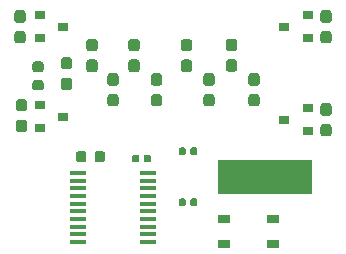
<source format=gbr>
G04 #@! TF.GenerationSoftware,KiCad,Pcbnew,5.99.0-unknown-r17001-43768b71*
G04 #@! TF.CreationDate,2019-11-05T19:13:07+01:00*
G04 #@! TF.ProjectId,ada-watch,6164612d-7761-4746-9368-2e6b69636164,rev?*
G04 #@! TF.SameCoordinates,Original*
G04 #@! TF.FileFunction,Paste,Top*
G04 #@! TF.FilePolarity,Positive*
%FSLAX46Y46*%
G04 Gerber Fmt 4.6, Leading zero omitted, Abs format (unit mm)*
G04 Created by KiCad (PCBNEW 5.99.0-unknown-r17001-43768b71) date 2019-11-05 19:13:07*
%MOMM*%
%LPD*%
G04 APERTURE LIST*
%ADD10R,8.000000X3.000000*%
%ADD11R,1.450000X0.450000*%
%ADD12R,1.050000X0.650000*%
%ADD13R,0.900000X0.800000*%
G04 APERTURE END LIST*
G36*
X141373962Y-109079151D02*
G01*
X141444930Y-109126570D01*
X141492349Y-109197538D01*
X141509000Y-109281250D01*
X141509000Y-109793750D01*
X141492349Y-109877462D01*
X141444930Y-109948430D01*
X141373962Y-109995849D01*
X141290250Y-110012500D01*
X140852750Y-110012500D01*
X140769038Y-109995849D01*
X140698070Y-109948430D01*
X140650651Y-109877462D01*
X140634000Y-109793750D01*
X140634000Y-109281250D01*
X140650651Y-109197538D01*
X140698070Y-109126570D01*
X140769038Y-109079151D01*
X140852750Y-109062500D01*
X141290250Y-109062500D01*
X141373962Y-109079151D01*
G37*
G36*
X142948962Y-109079151D02*
G01*
X143019930Y-109126570D01*
X143067349Y-109197538D01*
X143084000Y-109281250D01*
X143084000Y-109793750D01*
X143067349Y-109877462D01*
X143019930Y-109948430D01*
X142948962Y-109995849D01*
X142865250Y-110012500D01*
X142427750Y-110012500D01*
X142344038Y-109995849D01*
X142273070Y-109948430D01*
X142225651Y-109877462D01*
X142209000Y-109793750D01*
X142209000Y-109281250D01*
X142225651Y-109197538D01*
X142273070Y-109126570D01*
X142344038Y-109079151D01*
X142427750Y-109062500D01*
X142865250Y-109062500D01*
X142948962Y-109079151D01*
G37*
D10*
X156654500Y-111318000D03*
D11*
X146714000Y-110930500D03*
X146714000Y-111580500D03*
X146714000Y-112230500D03*
X146714000Y-112880500D03*
X146714000Y-113530500D03*
X146714000Y-114180500D03*
X146714000Y-114830500D03*
X146714000Y-115480500D03*
X146714000Y-116130500D03*
X146714000Y-116780500D03*
X140814000Y-116780500D03*
X140814000Y-116130500D03*
X140814000Y-115480500D03*
X140814000Y-114830500D03*
X140814000Y-114180500D03*
X140814000Y-113530500D03*
X140814000Y-112880500D03*
X140814000Y-112230500D03*
X140814000Y-111580500D03*
X140814000Y-110930500D03*
D12*
X153119000Y-114808000D03*
X157269000Y-114808000D03*
X153119000Y-116958000D03*
X157269000Y-116958000D03*
G36*
X136345387Y-104677079D02*
G01*
X136422438Y-104728562D01*
X136473921Y-104805613D01*
X136492000Y-104896500D01*
X136492000Y-105471500D01*
X136473921Y-105562387D01*
X136422438Y-105639438D01*
X136345387Y-105690921D01*
X136254500Y-105709000D01*
X135779500Y-105709000D01*
X135688613Y-105690921D01*
X135611562Y-105639438D01*
X135560079Y-105562387D01*
X135542000Y-105471500D01*
X135542000Y-104896500D01*
X135560079Y-104805613D01*
X135611562Y-104728562D01*
X135688613Y-104677079D01*
X135779500Y-104659000D01*
X136254500Y-104659000D01*
X136345387Y-104677079D01*
G37*
G36*
X136345387Y-106427079D02*
G01*
X136422438Y-106478562D01*
X136473921Y-106555613D01*
X136492000Y-106646500D01*
X136492000Y-107221500D01*
X136473921Y-107312387D01*
X136422438Y-107389438D01*
X136345387Y-107440921D01*
X136254500Y-107459000D01*
X135779500Y-107459000D01*
X135688613Y-107440921D01*
X135611562Y-107389438D01*
X135560079Y-107312387D01*
X135542000Y-107221500D01*
X135542000Y-106646500D01*
X135560079Y-106555613D01*
X135611562Y-106478562D01*
X135688613Y-106427079D01*
X135779500Y-106409000D01*
X136254500Y-106409000D01*
X136345387Y-106427079D01*
G37*
G36*
X140155387Y-102871079D02*
G01*
X140232438Y-102922562D01*
X140283921Y-102999613D01*
X140302000Y-103090500D01*
X140302000Y-103665500D01*
X140283921Y-103756387D01*
X140232438Y-103833438D01*
X140155387Y-103884921D01*
X140064500Y-103903000D01*
X139589500Y-103903000D01*
X139498613Y-103884921D01*
X139421562Y-103833438D01*
X139370079Y-103756387D01*
X139352000Y-103665500D01*
X139352000Y-103090500D01*
X139370079Y-102999613D01*
X139421562Y-102922562D01*
X139498613Y-102871079D01*
X139589500Y-102853000D01*
X140064500Y-102853000D01*
X140155387Y-102871079D01*
G37*
G36*
X140155387Y-101121079D02*
G01*
X140232438Y-101172562D01*
X140283921Y-101249613D01*
X140302000Y-101340500D01*
X140302000Y-101915500D01*
X140283921Y-102006387D01*
X140232438Y-102083438D01*
X140155387Y-102134921D01*
X140064500Y-102153000D01*
X139589500Y-102153000D01*
X139498613Y-102134921D01*
X139421562Y-102083438D01*
X139370079Y-102006387D01*
X139352000Y-101915500D01*
X139352000Y-101340500D01*
X139370079Y-101249613D01*
X139421562Y-101172562D01*
X139498613Y-101121079D01*
X139589500Y-101103000D01*
X140064500Y-101103000D01*
X140155387Y-101121079D01*
G37*
G36*
X136218387Y-97170079D02*
G01*
X136295438Y-97221562D01*
X136346921Y-97298613D01*
X136365000Y-97389500D01*
X136365000Y-97964500D01*
X136346921Y-98055387D01*
X136295438Y-98132438D01*
X136218387Y-98183921D01*
X136127500Y-98202000D01*
X135652500Y-98202000D01*
X135561613Y-98183921D01*
X135484562Y-98132438D01*
X135433079Y-98055387D01*
X135415000Y-97964500D01*
X135415000Y-97389500D01*
X135433079Y-97298613D01*
X135484562Y-97221562D01*
X135561613Y-97170079D01*
X135652500Y-97152000D01*
X136127500Y-97152000D01*
X136218387Y-97170079D01*
G37*
G36*
X136218387Y-98920079D02*
G01*
X136295438Y-98971562D01*
X136346921Y-99048613D01*
X136365000Y-99139500D01*
X136365000Y-99714500D01*
X136346921Y-99805387D01*
X136295438Y-99882438D01*
X136218387Y-99933921D01*
X136127500Y-99952000D01*
X135652500Y-99952000D01*
X135561613Y-99933921D01*
X135484562Y-99882438D01*
X135433079Y-99805387D01*
X135415000Y-99714500D01*
X135415000Y-99139500D01*
X135433079Y-99048613D01*
X135484562Y-98971562D01*
X135561613Y-98920079D01*
X135652500Y-98902000D01*
X136127500Y-98902000D01*
X136218387Y-98920079D01*
G37*
G36*
X162126387Y-98920079D02*
G01*
X162203438Y-98971562D01*
X162254921Y-99048613D01*
X162273000Y-99139500D01*
X162273000Y-99714500D01*
X162254921Y-99805387D01*
X162203438Y-99882438D01*
X162126387Y-99933921D01*
X162035500Y-99952000D01*
X161560500Y-99952000D01*
X161469613Y-99933921D01*
X161392562Y-99882438D01*
X161341079Y-99805387D01*
X161323000Y-99714500D01*
X161323000Y-99139500D01*
X161341079Y-99048613D01*
X161392562Y-98971562D01*
X161469613Y-98920079D01*
X161560500Y-98902000D01*
X162035500Y-98902000D01*
X162126387Y-98920079D01*
G37*
G36*
X162126387Y-97170079D02*
G01*
X162203438Y-97221562D01*
X162254921Y-97298613D01*
X162273000Y-97389500D01*
X162273000Y-97964500D01*
X162254921Y-98055387D01*
X162203438Y-98132438D01*
X162126387Y-98183921D01*
X162035500Y-98202000D01*
X161560500Y-98202000D01*
X161469613Y-98183921D01*
X161392562Y-98132438D01*
X161341079Y-98055387D01*
X161323000Y-97964500D01*
X161323000Y-97389500D01*
X161341079Y-97298613D01*
X161392562Y-97221562D01*
X161469613Y-97170079D01*
X161560500Y-97152000D01*
X162035500Y-97152000D01*
X162126387Y-97170079D01*
G37*
G36*
X162126387Y-106794079D02*
G01*
X162203438Y-106845562D01*
X162254921Y-106922613D01*
X162273000Y-107013500D01*
X162273000Y-107588500D01*
X162254921Y-107679387D01*
X162203438Y-107756438D01*
X162126387Y-107807921D01*
X162035500Y-107826000D01*
X161560500Y-107826000D01*
X161469613Y-107807921D01*
X161392562Y-107756438D01*
X161341079Y-107679387D01*
X161323000Y-107588500D01*
X161323000Y-107013500D01*
X161341079Y-106922613D01*
X161392562Y-106845562D01*
X161469613Y-106794079D01*
X161560500Y-106776000D01*
X162035500Y-106776000D01*
X162126387Y-106794079D01*
G37*
G36*
X162126387Y-105044079D02*
G01*
X162203438Y-105095562D01*
X162254921Y-105172613D01*
X162273000Y-105263500D01*
X162273000Y-105838500D01*
X162254921Y-105929387D01*
X162203438Y-106006438D01*
X162126387Y-106057921D01*
X162035500Y-106076000D01*
X161560500Y-106076000D01*
X161469613Y-106057921D01*
X161392562Y-106006438D01*
X161341079Y-105929387D01*
X161323000Y-105838500D01*
X161323000Y-105263500D01*
X161341079Y-105172613D01*
X161392562Y-105095562D01*
X161469613Y-105044079D01*
X161560500Y-105026000D01*
X162035500Y-105026000D01*
X162126387Y-105044079D01*
G37*
G36*
X152220387Y-102504079D02*
G01*
X152297438Y-102555562D01*
X152348921Y-102632613D01*
X152367000Y-102723500D01*
X152367000Y-103298500D01*
X152348921Y-103389387D01*
X152297438Y-103466438D01*
X152220387Y-103517921D01*
X152129500Y-103536000D01*
X151654500Y-103536000D01*
X151563613Y-103517921D01*
X151486562Y-103466438D01*
X151435079Y-103389387D01*
X151417000Y-103298500D01*
X151417000Y-102723500D01*
X151435079Y-102632613D01*
X151486562Y-102555562D01*
X151563613Y-102504079D01*
X151654500Y-102486000D01*
X152129500Y-102486000D01*
X152220387Y-102504079D01*
G37*
G36*
X152220387Y-104254079D02*
G01*
X152297438Y-104305562D01*
X152348921Y-104382613D01*
X152367000Y-104473500D01*
X152367000Y-105048500D01*
X152348921Y-105139387D01*
X152297438Y-105216438D01*
X152220387Y-105267921D01*
X152129500Y-105286000D01*
X151654500Y-105286000D01*
X151563613Y-105267921D01*
X151486562Y-105216438D01*
X151435079Y-105139387D01*
X151417000Y-105048500D01*
X151417000Y-104473500D01*
X151435079Y-104382613D01*
X151486562Y-104305562D01*
X151563613Y-104254079D01*
X151654500Y-104236000D01*
X152129500Y-104236000D01*
X152220387Y-104254079D01*
G37*
G36*
X150315387Y-101333079D02*
G01*
X150392438Y-101384562D01*
X150443921Y-101461613D01*
X150462000Y-101552500D01*
X150462000Y-102127500D01*
X150443921Y-102218387D01*
X150392438Y-102295438D01*
X150315387Y-102346921D01*
X150224500Y-102365000D01*
X149749500Y-102365000D01*
X149658613Y-102346921D01*
X149581562Y-102295438D01*
X149530079Y-102218387D01*
X149512000Y-102127500D01*
X149512000Y-101552500D01*
X149530079Y-101461613D01*
X149581562Y-101384562D01*
X149658613Y-101333079D01*
X149749500Y-101315000D01*
X150224500Y-101315000D01*
X150315387Y-101333079D01*
G37*
G36*
X150315387Y-99583079D02*
G01*
X150392438Y-99634562D01*
X150443921Y-99711613D01*
X150462000Y-99802500D01*
X150462000Y-100377500D01*
X150443921Y-100468387D01*
X150392438Y-100545438D01*
X150315387Y-100596921D01*
X150224500Y-100615000D01*
X149749500Y-100615000D01*
X149658613Y-100596921D01*
X149581562Y-100545438D01*
X149530079Y-100468387D01*
X149512000Y-100377500D01*
X149512000Y-99802500D01*
X149530079Y-99711613D01*
X149581562Y-99634562D01*
X149658613Y-99583079D01*
X149749500Y-99565000D01*
X150224500Y-99565000D01*
X150315387Y-99583079D01*
G37*
G36*
X154125387Y-101319079D02*
G01*
X154202438Y-101370562D01*
X154253921Y-101447613D01*
X154272000Y-101538500D01*
X154272000Y-102113500D01*
X154253921Y-102204387D01*
X154202438Y-102281438D01*
X154125387Y-102332921D01*
X154034500Y-102351000D01*
X153559500Y-102351000D01*
X153468613Y-102332921D01*
X153391562Y-102281438D01*
X153340079Y-102204387D01*
X153322000Y-102113500D01*
X153322000Y-101538500D01*
X153340079Y-101447613D01*
X153391562Y-101370562D01*
X153468613Y-101319079D01*
X153559500Y-101301000D01*
X154034500Y-101301000D01*
X154125387Y-101319079D01*
G37*
G36*
X154125387Y-99569079D02*
G01*
X154202438Y-99620562D01*
X154253921Y-99697613D01*
X154272000Y-99788500D01*
X154272000Y-100363500D01*
X154253921Y-100454387D01*
X154202438Y-100531438D01*
X154125387Y-100582921D01*
X154034500Y-100601000D01*
X153559500Y-100601000D01*
X153468613Y-100582921D01*
X153391562Y-100531438D01*
X153340079Y-100454387D01*
X153322000Y-100363500D01*
X153322000Y-99788500D01*
X153340079Y-99697613D01*
X153391562Y-99620562D01*
X153468613Y-99569079D01*
X153559500Y-99551000D01*
X154034500Y-99551000D01*
X154125387Y-99569079D01*
G37*
G36*
X145870387Y-101333079D02*
G01*
X145947438Y-101384562D01*
X145998921Y-101461613D01*
X146017000Y-101552500D01*
X146017000Y-102127500D01*
X145998921Y-102218387D01*
X145947438Y-102295438D01*
X145870387Y-102346921D01*
X145779500Y-102365000D01*
X145304500Y-102365000D01*
X145213613Y-102346921D01*
X145136562Y-102295438D01*
X145085079Y-102218387D01*
X145067000Y-102127500D01*
X145067000Y-101552500D01*
X145085079Y-101461613D01*
X145136562Y-101384562D01*
X145213613Y-101333079D01*
X145304500Y-101315000D01*
X145779500Y-101315000D01*
X145870387Y-101333079D01*
G37*
G36*
X145870387Y-99583079D02*
G01*
X145947438Y-99634562D01*
X145998921Y-99711613D01*
X146017000Y-99802500D01*
X146017000Y-100377500D01*
X145998921Y-100468387D01*
X145947438Y-100545438D01*
X145870387Y-100596921D01*
X145779500Y-100615000D01*
X145304500Y-100615000D01*
X145213613Y-100596921D01*
X145136562Y-100545438D01*
X145085079Y-100468387D01*
X145067000Y-100377500D01*
X145067000Y-99802500D01*
X145085079Y-99711613D01*
X145136562Y-99634562D01*
X145213613Y-99583079D01*
X145304500Y-99565000D01*
X145779500Y-99565000D01*
X145870387Y-99583079D01*
G37*
G36*
X156030387Y-104254079D02*
G01*
X156107438Y-104305562D01*
X156158921Y-104382613D01*
X156177000Y-104473500D01*
X156177000Y-105048500D01*
X156158921Y-105139387D01*
X156107438Y-105216438D01*
X156030387Y-105267921D01*
X155939500Y-105286000D01*
X155464500Y-105286000D01*
X155373613Y-105267921D01*
X155296562Y-105216438D01*
X155245079Y-105139387D01*
X155227000Y-105048500D01*
X155227000Y-104473500D01*
X155245079Y-104382613D01*
X155296562Y-104305562D01*
X155373613Y-104254079D01*
X155464500Y-104236000D01*
X155939500Y-104236000D01*
X156030387Y-104254079D01*
G37*
G36*
X156030387Y-102504079D02*
G01*
X156107438Y-102555562D01*
X156158921Y-102632613D01*
X156177000Y-102723500D01*
X156177000Y-103298500D01*
X156158921Y-103389387D01*
X156107438Y-103466438D01*
X156030387Y-103517921D01*
X155939500Y-103536000D01*
X155464500Y-103536000D01*
X155373613Y-103517921D01*
X155296562Y-103466438D01*
X155245079Y-103389387D01*
X155227000Y-103298500D01*
X155227000Y-102723500D01*
X155245079Y-102632613D01*
X155296562Y-102555562D01*
X155373613Y-102504079D01*
X155464500Y-102486000D01*
X155939500Y-102486000D01*
X156030387Y-102504079D01*
G37*
G36*
X144092387Y-102504079D02*
G01*
X144169438Y-102555562D01*
X144220921Y-102632613D01*
X144239000Y-102723500D01*
X144239000Y-103298500D01*
X144220921Y-103389387D01*
X144169438Y-103466438D01*
X144092387Y-103517921D01*
X144001500Y-103536000D01*
X143526500Y-103536000D01*
X143435613Y-103517921D01*
X143358562Y-103466438D01*
X143307079Y-103389387D01*
X143289000Y-103298500D01*
X143289000Y-102723500D01*
X143307079Y-102632613D01*
X143358562Y-102555562D01*
X143435613Y-102504079D01*
X143526500Y-102486000D01*
X144001500Y-102486000D01*
X144092387Y-102504079D01*
G37*
G36*
X144092387Y-104254079D02*
G01*
X144169438Y-104305562D01*
X144220921Y-104382613D01*
X144239000Y-104473500D01*
X144239000Y-105048500D01*
X144220921Y-105139387D01*
X144169438Y-105216438D01*
X144092387Y-105267921D01*
X144001500Y-105286000D01*
X143526500Y-105286000D01*
X143435613Y-105267921D01*
X143358562Y-105216438D01*
X143307079Y-105139387D01*
X143289000Y-105048500D01*
X143289000Y-104473500D01*
X143307079Y-104382613D01*
X143358562Y-104305562D01*
X143435613Y-104254079D01*
X143526500Y-104236000D01*
X144001500Y-104236000D01*
X144092387Y-104254079D01*
G37*
G36*
X147775387Y-102504079D02*
G01*
X147852438Y-102555562D01*
X147903921Y-102632613D01*
X147922000Y-102723500D01*
X147922000Y-103298500D01*
X147903921Y-103389387D01*
X147852438Y-103466438D01*
X147775387Y-103517921D01*
X147684500Y-103536000D01*
X147209500Y-103536000D01*
X147118613Y-103517921D01*
X147041562Y-103466438D01*
X146990079Y-103389387D01*
X146972000Y-103298500D01*
X146972000Y-102723500D01*
X146990079Y-102632613D01*
X147041562Y-102555562D01*
X147118613Y-102504079D01*
X147209500Y-102486000D01*
X147684500Y-102486000D01*
X147775387Y-102504079D01*
G37*
G36*
X147775387Y-104254079D02*
G01*
X147852438Y-104305562D01*
X147903921Y-104382613D01*
X147922000Y-104473500D01*
X147922000Y-105048500D01*
X147903921Y-105139387D01*
X147852438Y-105216438D01*
X147775387Y-105267921D01*
X147684500Y-105286000D01*
X147209500Y-105286000D01*
X147118613Y-105267921D01*
X147041562Y-105216438D01*
X146990079Y-105139387D01*
X146972000Y-105048500D01*
X146972000Y-104473500D01*
X146990079Y-104382613D01*
X147041562Y-104305562D01*
X147118613Y-104254079D01*
X147209500Y-104236000D01*
X147684500Y-104236000D01*
X147775387Y-104254079D01*
G37*
G36*
X142314387Y-101333079D02*
G01*
X142391438Y-101384562D01*
X142442921Y-101461613D01*
X142461000Y-101552500D01*
X142461000Y-102127500D01*
X142442921Y-102218387D01*
X142391438Y-102295438D01*
X142314387Y-102346921D01*
X142223500Y-102365000D01*
X141748500Y-102365000D01*
X141657613Y-102346921D01*
X141580562Y-102295438D01*
X141529079Y-102218387D01*
X141511000Y-102127500D01*
X141511000Y-101552500D01*
X141529079Y-101461613D01*
X141580562Y-101384562D01*
X141657613Y-101333079D01*
X141748500Y-101315000D01*
X142223500Y-101315000D01*
X142314387Y-101333079D01*
G37*
G36*
X142314387Y-99583079D02*
G01*
X142391438Y-99634562D01*
X142442921Y-99711613D01*
X142461000Y-99802500D01*
X142461000Y-100377500D01*
X142442921Y-100468387D01*
X142391438Y-100545438D01*
X142314387Y-100596921D01*
X142223500Y-100615000D01*
X141748500Y-100615000D01*
X141657613Y-100596921D01*
X141580562Y-100545438D01*
X141529079Y-100468387D01*
X141511000Y-100377500D01*
X141511000Y-99802500D01*
X141529079Y-99711613D01*
X141580562Y-99634562D01*
X141657613Y-99583079D01*
X141748500Y-99565000D01*
X142223500Y-99565000D01*
X142314387Y-99583079D01*
G37*
G36*
X137753962Y-103084151D02*
G01*
X137824930Y-103131570D01*
X137872349Y-103202538D01*
X137889000Y-103286250D01*
X137889000Y-103723750D01*
X137872349Y-103807462D01*
X137824930Y-103878430D01*
X137753962Y-103925849D01*
X137670250Y-103942500D01*
X137157750Y-103942500D01*
X137074038Y-103925849D01*
X137003070Y-103878430D01*
X136955651Y-103807462D01*
X136939000Y-103723750D01*
X136939000Y-103286250D01*
X136955651Y-103202538D01*
X137003070Y-103131570D01*
X137074038Y-103084151D01*
X137157750Y-103067500D01*
X137670250Y-103067500D01*
X137753962Y-103084151D01*
G37*
G36*
X137753962Y-101509151D02*
G01*
X137824930Y-101556570D01*
X137872349Y-101627538D01*
X137889000Y-101711250D01*
X137889000Y-102148750D01*
X137872349Y-102232462D01*
X137824930Y-102303430D01*
X137753962Y-102350849D01*
X137670250Y-102367500D01*
X137157750Y-102367500D01*
X137074038Y-102350849D01*
X137003070Y-102303430D01*
X136955651Y-102232462D01*
X136939000Y-102148750D01*
X136939000Y-101711250D01*
X136955651Y-101627538D01*
X137003070Y-101556570D01*
X137074038Y-101509151D01*
X137157750Y-101492500D01*
X137670250Y-101492500D01*
X137753962Y-101509151D01*
G37*
D13*
X158258000Y-106426000D03*
X160258000Y-105476000D03*
X160258000Y-107376000D03*
X158258000Y-98552000D03*
X160258000Y-97602000D03*
X160258000Y-99502000D03*
X139557000Y-98552000D03*
X137557000Y-99502000D03*
X137557000Y-97602000D03*
X139557000Y-106172000D03*
X137557000Y-107122000D03*
X137557000Y-105222000D03*
G36*
X146865946Y-109419228D02*
G01*
X146913798Y-109451202D01*
X146945772Y-109499054D01*
X146957000Y-109555500D01*
X146957000Y-109900500D01*
X146945772Y-109956946D01*
X146913798Y-110004798D01*
X146865946Y-110036772D01*
X146809500Y-110048000D01*
X146514500Y-110048000D01*
X146458054Y-110036772D01*
X146410202Y-110004798D01*
X146378228Y-109956946D01*
X146367000Y-109900500D01*
X146367000Y-109555500D01*
X146378228Y-109499054D01*
X146410202Y-109451202D01*
X146458054Y-109419228D01*
X146514500Y-109408000D01*
X146809500Y-109408000D01*
X146865946Y-109419228D01*
G37*
G36*
X145895946Y-109419228D02*
G01*
X145943798Y-109451202D01*
X145975772Y-109499054D01*
X145987000Y-109555500D01*
X145987000Y-109900500D01*
X145975772Y-109956946D01*
X145943798Y-110004798D01*
X145895946Y-110036772D01*
X145839500Y-110048000D01*
X145544500Y-110048000D01*
X145488054Y-110036772D01*
X145440202Y-110004798D01*
X145408228Y-109956946D01*
X145397000Y-109900500D01*
X145397000Y-109555500D01*
X145408228Y-109499054D01*
X145440202Y-109451202D01*
X145488054Y-109419228D01*
X145544500Y-109408000D01*
X145839500Y-109408000D01*
X145895946Y-109419228D01*
G37*
G36*
X150802946Y-113102228D02*
G01*
X150850798Y-113134202D01*
X150882772Y-113182054D01*
X150894000Y-113238500D01*
X150894000Y-113583500D01*
X150882772Y-113639946D01*
X150850798Y-113687798D01*
X150802946Y-113719772D01*
X150746500Y-113731000D01*
X150451500Y-113731000D01*
X150395054Y-113719772D01*
X150347202Y-113687798D01*
X150315228Y-113639946D01*
X150304000Y-113583500D01*
X150304000Y-113238500D01*
X150315228Y-113182054D01*
X150347202Y-113134202D01*
X150395054Y-113102228D01*
X150451500Y-113091000D01*
X150746500Y-113091000D01*
X150802946Y-113102228D01*
G37*
G36*
X149832946Y-113102228D02*
G01*
X149880798Y-113134202D01*
X149912772Y-113182054D01*
X149924000Y-113238500D01*
X149924000Y-113583500D01*
X149912772Y-113639946D01*
X149880798Y-113687798D01*
X149832946Y-113719772D01*
X149776500Y-113731000D01*
X149481500Y-113731000D01*
X149425054Y-113719772D01*
X149377202Y-113687798D01*
X149345228Y-113639946D01*
X149334000Y-113583500D01*
X149334000Y-113238500D01*
X149345228Y-113182054D01*
X149377202Y-113134202D01*
X149425054Y-113102228D01*
X149481500Y-113091000D01*
X149776500Y-113091000D01*
X149832946Y-113102228D01*
G37*
G36*
X150802946Y-108784228D02*
G01*
X150850798Y-108816202D01*
X150882772Y-108864054D01*
X150894000Y-108920500D01*
X150894000Y-109265500D01*
X150882772Y-109321946D01*
X150850798Y-109369798D01*
X150802946Y-109401772D01*
X150746500Y-109413000D01*
X150451500Y-109413000D01*
X150395054Y-109401772D01*
X150347202Y-109369798D01*
X150315228Y-109321946D01*
X150304000Y-109265500D01*
X150304000Y-108920500D01*
X150315228Y-108864054D01*
X150347202Y-108816202D01*
X150395054Y-108784228D01*
X150451500Y-108773000D01*
X150746500Y-108773000D01*
X150802946Y-108784228D01*
G37*
G36*
X149832946Y-108784228D02*
G01*
X149880798Y-108816202D01*
X149912772Y-108864054D01*
X149924000Y-108920500D01*
X149924000Y-109265500D01*
X149912772Y-109321946D01*
X149880798Y-109369798D01*
X149832946Y-109401772D01*
X149776500Y-109413000D01*
X149481500Y-109413000D01*
X149425054Y-109401772D01*
X149377202Y-109369798D01*
X149345228Y-109321946D01*
X149334000Y-109265500D01*
X149334000Y-108920500D01*
X149345228Y-108864054D01*
X149377202Y-108816202D01*
X149425054Y-108784228D01*
X149481500Y-108773000D01*
X149776500Y-108773000D01*
X149832946Y-108784228D01*
G37*
M02*

</source>
